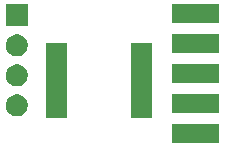
<source format=gts>
G04 #@! TF.GenerationSoftware,KiCad,Pcbnew,5.0.2-bee76a0~70~ubuntu16.04.1*
G04 #@! TF.CreationDate,2019-12-01T18:12:19-08:00*
G04 #@! TF.ProjectId,smallio,736d616c-6c69-46f2-9e6b-696361645f70,1.0*
G04 #@! TF.SameCoordinates,PX8a1ee30PY3b71490*
G04 #@! TF.FileFunction,Soldermask,Top*
G04 #@! TF.FilePolarity,Negative*
%FSLAX46Y46*%
G04 Gerber Fmt 4.6, Leading zero omitted, Abs format (unit mm)*
G04 Created by KiCad (PCBNEW 5.0.2-bee76a0~70~ubuntu16.04.1) date Sun 01 Dec 2019 06:12:19 PM PST*
%MOMM*%
%LPD*%
G01*
G04 APERTURE LIST*
%ADD10C,0.100000*%
G04 APERTURE END LIST*
D10*
G36*
X18370000Y-12070000D02*
X14370000Y-12070000D01*
X14370000Y-10470000D01*
X18370000Y-10470000D01*
X18370000Y-12070000D01*
X18370000Y-12070000D01*
G37*
G36*
X12680001Y-9945001D02*
X10930001Y-9945001D01*
X10930001Y-3645001D01*
X12680001Y-3645001D01*
X12680001Y-9945001D01*
X12680001Y-9945001D01*
G37*
G36*
X5480001Y-9945001D02*
X3730001Y-9945001D01*
X3730001Y-3645001D01*
X5480001Y-3645001D01*
X5480001Y-9945001D01*
X5480001Y-9945001D01*
G37*
G36*
X1539811Y-8000546D02*
X1539814Y-8000547D01*
X1539813Y-8000547D01*
X1708152Y-8070275D01*
X1708153Y-8070276D01*
X1859656Y-8171507D01*
X1988493Y-8300344D01*
X1988495Y-8300347D01*
X2089725Y-8451848D01*
X2143657Y-8582052D01*
X2159454Y-8620189D01*
X2195000Y-8798894D01*
X2195000Y-8981106D01*
X2159454Y-9159811D01*
X2159453Y-9159813D01*
X2089725Y-9328152D01*
X2089724Y-9328153D01*
X1988493Y-9479656D01*
X1859656Y-9608493D01*
X1859653Y-9608495D01*
X1708152Y-9709725D01*
X1577948Y-9763657D01*
X1539811Y-9779454D01*
X1361106Y-9815000D01*
X1178894Y-9815000D01*
X1000189Y-9779454D01*
X962052Y-9763657D01*
X831848Y-9709725D01*
X680347Y-9608495D01*
X680344Y-9608493D01*
X551507Y-9479656D01*
X450276Y-9328153D01*
X450275Y-9328152D01*
X380547Y-9159813D01*
X380546Y-9159811D01*
X345000Y-8981106D01*
X345000Y-8798894D01*
X380546Y-8620189D01*
X396343Y-8582052D01*
X450275Y-8451848D01*
X551505Y-8300347D01*
X551507Y-8300344D01*
X680344Y-8171507D01*
X831847Y-8070276D01*
X831848Y-8070275D01*
X1000187Y-8000547D01*
X1000186Y-8000547D01*
X1000189Y-8000546D01*
X1178894Y-7965000D01*
X1361106Y-7965000D01*
X1539811Y-8000546D01*
X1539811Y-8000546D01*
G37*
G36*
X18370000Y-9530000D02*
X14370000Y-9530000D01*
X14370000Y-7930000D01*
X18370000Y-7930000D01*
X18370000Y-9530000D01*
X18370000Y-9530000D01*
G37*
G36*
X1539811Y-5460546D02*
X1539814Y-5460547D01*
X1539813Y-5460547D01*
X1708152Y-5530275D01*
X1708153Y-5530276D01*
X1859656Y-5631507D01*
X1988493Y-5760344D01*
X1988495Y-5760347D01*
X2089725Y-5911848D01*
X2143657Y-6042052D01*
X2159454Y-6080189D01*
X2195000Y-6258894D01*
X2195000Y-6441106D01*
X2159454Y-6619811D01*
X2159453Y-6619813D01*
X2089725Y-6788152D01*
X1989860Y-6937611D01*
X1988493Y-6939656D01*
X1859656Y-7068493D01*
X1859653Y-7068495D01*
X1708152Y-7169725D01*
X1577948Y-7223657D01*
X1539811Y-7239454D01*
X1361106Y-7275000D01*
X1178894Y-7275000D01*
X1000189Y-7239454D01*
X962052Y-7223657D01*
X831848Y-7169725D01*
X680347Y-7068495D01*
X680344Y-7068493D01*
X551507Y-6939656D01*
X550140Y-6937611D01*
X450275Y-6788152D01*
X380547Y-6619813D01*
X380546Y-6619811D01*
X345000Y-6441106D01*
X345000Y-6258894D01*
X380546Y-6080189D01*
X396343Y-6042052D01*
X450275Y-5911848D01*
X551505Y-5760347D01*
X551507Y-5760344D01*
X680344Y-5631507D01*
X831847Y-5530276D01*
X831848Y-5530275D01*
X1000187Y-5460547D01*
X1000186Y-5460547D01*
X1000189Y-5460546D01*
X1178894Y-5425000D01*
X1361106Y-5425000D01*
X1539811Y-5460546D01*
X1539811Y-5460546D01*
G37*
G36*
X18370000Y-6990000D02*
X14370000Y-6990000D01*
X14370000Y-5390000D01*
X18370000Y-5390000D01*
X18370000Y-6990000D01*
X18370000Y-6990000D01*
G37*
G36*
X1539811Y-2920546D02*
X1539814Y-2920547D01*
X1539813Y-2920547D01*
X1708152Y-2990275D01*
X1708153Y-2990276D01*
X1859656Y-3091507D01*
X1988493Y-3220344D01*
X1988495Y-3220347D01*
X2089725Y-3371848D01*
X2143657Y-3502052D01*
X2159454Y-3540189D01*
X2195000Y-3718894D01*
X2195000Y-3901106D01*
X2159454Y-4079811D01*
X2159453Y-4079813D01*
X2089725Y-4248152D01*
X2089724Y-4248153D01*
X1988493Y-4399656D01*
X1859656Y-4528493D01*
X1859653Y-4528495D01*
X1708152Y-4629725D01*
X1577948Y-4683657D01*
X1539811Y-4699454D01*
X1361106Y-4735000D01*
X1178894Y-4735000D01*
X1000189Y-4699454D01*
X962052Y-4683657D01*
X831848Y-4629725D01*
X680347Y-4528495D01*
X680344Y-4528493D01*
X551507Y-4399656D01*
X450276Y-4248153D01*
X450275Y-4248152D01*
X380547Y-4079813D01*
X380546Y-4079811D01*
X345000Y-3901106D01*
X345000Y-3718894D01*
X380546Y-3540189D01*
X396343Y-3502052D01*
X450275Y-3371848D01*
X551505Y-3220347D01*
X551507Y-3220344D01*
X680344Y-3091507D01*
X831847Y-2990276D01*
X831848Y-2990275D01*
X1000187Y-2920547D01*
X1000186Y-2920547D01*
X1000189Y-2920546D01*
X1178894Y-2885000D01*
X1361106Y-2885000D01*
X1539811Y-2920546D01*
X1539811Y-2920546D01*
G37*
G36*
X18370000Y-4450000D02*
X14370000Y-4450000D01*
X14370000Y-2850000D01*
X18370000Y-2850000D01*
X18370000Y-4450000D01*
X18370000Y-4450000D01*
G37*
G36*
X2195000Y-2195000D02*
X345000Y-2195000D01*
X345000Y-345000D01*
X2195000Y-345000D01*
X2195000Y-2195000D01*
X2195000Y-2195000D01*
G37*
G36*
X18370000Y-1910000D02*
X14370000Y-1910000D01*
X14370000Y-310000D01*
X18370000Y-310000D01*
X18370000Y-1910000D01*
X18370000Y-1910000D01*
G37*
M02*

</source>
